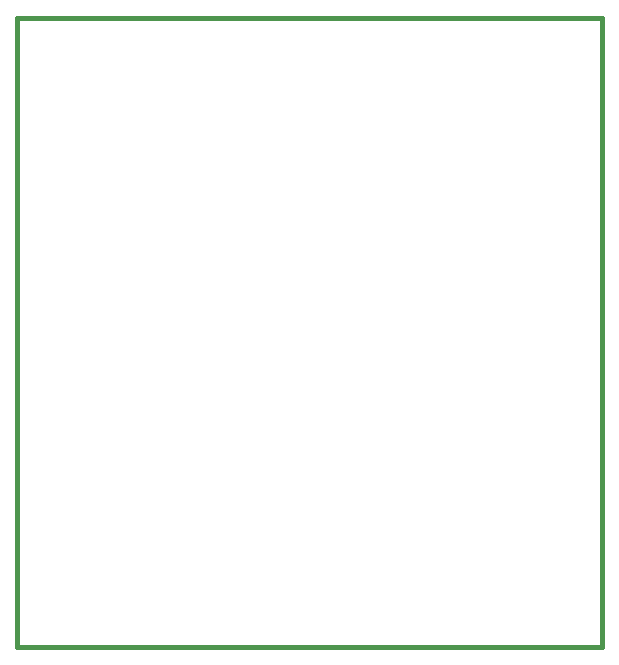
<source format=gbp>
G75*
%MOIN*%
%OFA0B0*%
%FSLAX25Y25*%
%IPPOS*%
%LPD*%
%AMOC8*
5,1,8,0,0,1.08239X$1,22.5*
%
%ADD10C,0.01600*%
D10*
X0093524Y0001800D02*
X0093524Y0211249D01*
X0288406Y0211249D01*
X0288406Y0001800D01*
X0093524Y0001800D01*
M02*

</source>
